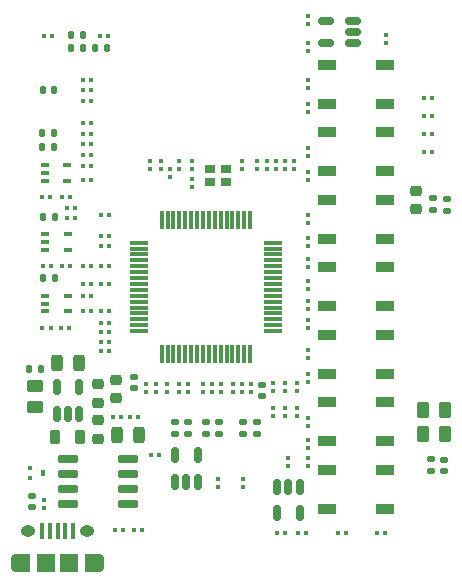
<source format=gtp>
%TF.GenerationSoftware,KiCad,Pcbnew,(7.0.0)*%
%TF.CreationDate,2023-09-29T14:09:18-04:00*%
%TF.ProjectId,_HW_ToslinkToDMX,5f48575f-546f-4736-9c69-6e6b546f444d,rev?*%
%TF.SameCoordinates,Original*%
%TF.FileFunction,Paste,Top*%
%TF.FilePolarity,Positive*%
%FSLAX46Y46*%
G04 Gerber Fmt 4.6, Leading zero omitted, Abs format (unit mm)*
G04 Created by KiCad (PCBNEW (7.0.0)) date 2023-09-29 14:09:18*
%MOMM*%
%LPD*%
G01*
G04 APERTURE LIST*
G04 Aperture macros list*
%AMRoundRect*
0 Rectangle with rounded corners*
0 $1 Rounding radius*
0 $2 $3 $4 $5 $6 $7 $8 $9 X,Y pos of 4 corners*
0 Add a 4 corners polygon primitive as box body*
4,1,4,$2,$3,$4,$5,$6,$7,$8,$9,$2,$3,0*
0 Add four circle primitives for the rounded corners*
1,1,$1+$1,$2,$3*
1,1,$1+$1,$4,$5*
1,1,$1+$1,$6,$7*
1,1,$1+$1,$8,$9*
0 Add four rect primitives between the rounded corners*
20,1,$1+$1,$2,$3,$4,$5,0*
20,1,$1+$1,$4,$5,$6,$7,0*
20,1,$1+$1,$6,$7,$8,$9,0*
20,1,$1+$1,$8,$9,$2,$3,0*%
G04 Aperture macros list end*
%ADD10RoundRect,0.135000X-0.185000X0.135000X-0.185000X-0.135000X0.185000X-0.135000X0.185000X0.135000X0*%
%ADD11R,0.900000X0.800000*%
%ADD12RoundRect,0.079500X0.079500X0.100500X-0.079500X0.100500X-0.079500X-0.100500X0.079500X-0.100500X0*%
%ADD13RoundRect,0.250000X-0.262500X-0.450000X0.262500X-0.450000X0.262500X0.450000X-0.262500X0.450000X0*%
%ADD14RoundRect,0.079500X-0.079500X-0.100500X0.079500X-0.100500X0.079500X0.100500X-0.079500X0.100500X0*%
%ADD15RoundRect,0.147500X-0.172500X0.147500X-0.172500X-0.147500X0.172500X-0.147500X0.172500X0.147500X0*%
%ADD16O,0.890000X1.550000*%
%ADD17O,1.250000X0.950000*%
%ADD18R,0.400000X1.350000*%
%ADD19R,1.200000X1.550000*%
%ADD20R,1.500000X1.550000*%
%ADD21R,1.500000X0.900000*%
%ADD22RoundRect,0.079500X0.100500X-0.079500X0.100500X0.079500X-0.100500X0.079500X-0.100500X-0.079500X0*%
%ADD23RoundRect,0.079500X-0.100500X0.079500X-0.100500X-0.079500X0.100500X-0.079500X0.100500X0.079500X0*%
%ADD24RoundRect,0.075000X-0.075000X0.700000X-0.075000X-0.700000X0.075000X-0.700000X0.075000X0.700000X0*%
%ADD25RoundRect,0.075000X-0.700000X0.075000X-0.700000X-0.075000X0.700000X-0.075000X0.700000X0.075000X0*%
%ADD26RoundRect,0.140000X-0.140000X-0.170000X0.140000X-0.170000X0.140000X0.170000X-0.140000X0.170000X0*%
%ADD27RoundRect,0.225000X-0.250000X0.225000X-0.250000X-0.225000X0.250000X-0.225000X0.250000X0.225000X0*%
%ADD28RoundRect,0.147500X-0.147500X-0.172500X0.147500X-0.172500X0.147500X0.172500X-0.147500X0.172500X0*%
%ADD29R,0.450000X0.400000*%
%ADD30R,0.450000X0.500000*%
%ADD31RoundRect,0.135000X-0.135000X-0.185000X0.135000X-0.185000X0.135000X0.185000X-0.135000X0.185000X0*%
%ADD32RoundRect,0.225000X0.250000X-0.225000X0.250000X0.225000X-0.250000X0.225000X-0.250000X-0.225000X0*%
%ADD33R,0.650000X0.400000*%
%ADD34RoundRect,0.250000X-0.450000X0.262500X-0.450000X-0.262500X0.450000X-0.262500X0.450000X0.262500X0*%
%ADD35RoundRect,0.150000X-0.150000X0.512500X-0.150000X-0.512500X0.150000X-0.512500X0.150000X0.512500X0*%
%ADD36RoundRect,0.243750X-0.243750X-0.456250X0.243750X-0.456250X0.243750X0.456250X-0.243750X0.456250X0*%
%ADD37RoundRect,0.150000X0.150000X-0.512500X0.150000X0.512500X-0.150000X0.512500X-0.150000X-0.512500X0*%
%ADD38RoundRect,0.243750X0.243750X0.456250X-0.243750X0.456250X-0.243750X-0.456250X0.243750X-0.456250X0*%
%ADD39RoundRect,0.218750X0.218750X0.381250X-0.218750X0.381250X-0.218750X-0.381250X0.218750X-0.381250X0*%
%ADD40RoundRect,0.150000X-0.725000X-0.150000X0.725000X-0.150000X0.725000X0.150000X-0.725000X0.150000X0*%
%ADD41RoundRect,0.140000X0.140000X0.170000X-0.140000X0.170000X-0.140000X-0.170000X0.140000X-0.170000X0*%
%ADD42RoundRect,0.150000X0.512500X0.150000X-0.512500X0.150000X-0.512500X-0.150000X0.512500X-0.150000X0*%
G04 APERTURE END LIST*
D10*
X144526000Y-150493000D03*
X144526000Y-151513000D03*
D11*
X127191999Y-125941999D03*
X125791999Y-125941999D03*
X125791999Y-127041999D03*
X127191999Y-127041999D03*
D12*
X117312000Y-137922000D03*
X116622000Y-137922000D03*
X115788000Y-120142000D03*
X115098000Y-120142000D03*
D13*
X143867500Y-146304000D03*
X145692500Y-146304000D03*
D14*
X111664000Y-134142000D03*
X112354000Y-134142000D03*
X115098000Y-135636000D03*
X115788000Y-135636000D03*
D15*
X119380000Y-143487272D03*
X119380000Y-144457272D03*
D16*
X109418999Y-159257999D03*
D17*
X110418999Y-156557999D03*
X115418999Y-156557999D03*
D16*
X116418999Y-159257999D03*
D18*
X111618999Y-156557999D03*
X112268999Y-156557999D03*
X112918999Y-156557999D03*
X113568999Y-156557999D03*
X114218999Y-156557999D03*
D19*
X110018999Y-159257999D03*
D20*
X111918999Y-159257999D03*
X113918999Y-159257999D03*
D19*
X115818999Y-159257999D03*
D14*
X115098000Y-136652000D03*
X115788000Y-136652000D03*
D21*
X135725999Y-134239999D03*
X135725999Y-137539999D03*
X140625999Y-137539999D03*
X140625999Y-134239999D03*
D22*
X124333000Y-125948000D03*
X124333000Y-125258000D03*
D23*
X133219593Y-146147318D03*
X133219593Y-146837318D03*
D22*
X123190000Y-144780000D03*
X123190000Y-144090000D03*
D23*
X131194296Y-146154445D03*
X131194296Y-146844445D03*
X134112000Y-143292000D03*
X134112000Y-143982000D03*
D14*
X143927000Y-124460000D03*
X144617000Y-124460000D03*
D21*
X135725999Y-128524999D03*
X135725999Y-131824999D03*
X140625999Y-131824999D03*
X140625999Y-128524999D03*
D14*
X115098000Y-124729000D03*
X115788000Y-124729000D03*
D24*
X129226000Y-130215000D03*
X128726000Y-130215000D03*
X128226000Y-130215000D03*
X127726000Y-130215000D03*
X127226000Y-130215000D03*
X126726000Y-130215000D03*
X126226000Y-130215000D03*
X125726000Y-130215000D03*
X125226000Y-130215000D03*
X124726000Y-130215000D03*
X124226000Y-130215000D03*
X123726000Y-130215000D03*
X123226000Y-130215000D03*
X122726000Y-130215000D03*
X122226000Y-130215000D03*
X121726000Y-130215000D03*
D25*
X119801000Y-132140000D03*
X119801000Y-132640000D03*
X119801000Y-133140000D03*
X119801000Y-133640000D03*
X119801000Y-134140000D03*
X119801000Y-134640000D03*
X119801000Y-135140000D03*
X119801000Y-135640000D03*
X119801000Y-136140000D03*
X119801000Y-136640000D03*
X119801000Y-137140000D03*
X119801000Y-137640000D03*
X119801000Y-138140000D03*
X119801000Y-138640000D03*
X119801000Y-139140000D03*
X119801000Y-139640000D03*
D24*
X121726000Y-141565000D03*
X122226000Y-141565000D03*
X122726000Y-141565000D03*
X123226000Y-141565000D03*
X123726000Y-141565000D03*
X124226000Y-141565000D03*
X124726000Y-141565000D03*
X125226000Y-141565000D03*
X125726000Y-141565000D03*
X126226000Y-141565000D03*
X126726000Y-141565000D03*
X127226000Y-141565000D03*
X127726000Y-141565000D03*
X128226000Y-141565000D03*
X128726000Y-141565000D03*
X129226000Y-141565000D03*
D25*
X131151000Y-139640000D03*
X131151000Y-139140000D03*
X131151000Y-138640000D03*
X131151000Y-138140000D03*
X131151000Y-137640000D03*
X131151000Y-137140000D03*
X131151000Y-136640000D03*
X131151000Y-136140000D03*
X131151000Y-135640000D03*
X131151000Y-135140000D03*
X131151000Y-134640000D03*
X131151000Y-134140000D03*
X131151000Y-133640000D03*
X131151000Y-133140000D03*
X131151000Y-132640000D03*
X131151000Y-132140000D03*
D22*
X134112000Y-113629000D03*
X134112000Y-112939000D03*
D23*
X132207000Y-144054000D03*
X132207000Y-144744000D03*
D14*
X139990000Y-156718000D03*
X140680000Y-156718000D03*
D23*
X134112000Y-118400000D03*
X134112000Y-119090000D03*
D22*
X120777000Y-125948000D03*
X120777000Y-125258000D03*
D15*
X125476000Y-147343000D03*
X125476000Y-148313000D03*
D23*
X134112000Y-115225000D03*
X134112000Y-115915000D03*
D10*
X128651000Y-147318000D03*
X128651000Y-148338000D03*
D23*
X122174000Y-144090000D03*
X122174000Y-144780000D03*
X132207000Y-146147000D03*
X132207000Y-146837000D03*
D26*
X114076000Y-115655000D03*
X115036000Y-115655000D03*
D22*
X130683000Y-125948000D03*
X130683000Y-125258000D03*
D14*
X113259000Y-128285000D03*
X113949000Y-128285000D03*
D27*
X116332000Y-144132000D03*
X116332000Y-145682000D03*
D28*
X111717000Y-135143000D03*
X112687000Y-135143000D03*
D23*
X121285000Y-144090000D03*
X121285000Y-144780000D03*
X125222000Y-144090000D03*
X125222000Y-144780000D03*
X134112000Y-135418000D03*
X134112000Y-136108000D03*
X134112000Y-138720000D03*
X134112000Y-139410000D03*
D15*
X145669000Y-150518000D03*
X145669000Y-151488000D03*
D14*
X111796000Y-114681000D03*
X112486000Y-114681000D03*
X113696000Y-129189000D03*
X114386000Y-129189000D03*
D23*
X134112000Y-146975000D03*
X134112000Y-147665000D03*
D12*
X117312000Y-131572000D03*
X116622000Y-131572000D03*
X115788000Y-123825000D03*
X115098000Y-123825000D03*
X117312000Y-132461000D03*
X116622000Y-132461000D03*
D14*
X115098000Y-118364000D03*
X115788000Y-118364000D03*
X115098000Y-119253000D03*
X115788000Y-119253000D03*
D29*
X110549999Y-151237999D03*
X110549999Y-152037999D03*
D30*
X111699999Y-151637999D03*
D12*
X121503000Y-150114000D03*
X120813000Y-150114000D03*
D22*
X123952000Y-144780000D03*
X123952000Y-144090000D03*
D14*
X111608000Y-128285000D03*
X112298000Y-128285000D03*
D12*
X117276000Y-141351000D03*
X116586000Y-141351000D03*
X118328000Y-146939000D03*
X117638000Y-146939000D03*
D14*
X113315000Y-134142000D03*
X114005000Y-134142000D03*
X111639000Y-139369509D03*
X112329000Y-139369509D03*
D12*
X117312000Y-134112000D03*
X116622000Y-134112000D03*
D14*
X115098000Y-125618000D03*
X115788000Y-125618000D03*
D28*
X111633022Y-122862923D03*
X112603022Y-122862923D03*
D14*
X143927000Y-119888000D03*
X144617000Y-119888000D03*
D23*
X131191000Y-144054000D03*
X131191000Y-144744000D03*
D31*
X114044000Y-114554000D03*
X115064000Y-114554000D03*
D28*
X111717000Y-129936000D03*
X112687000Y-129936000D03*
D12*
X119725000Y-146939000D03*
X119035000Y-146939000D03*
D15*
X130212000Y-144168000D03*
X130212000Y-145138000D03*
D12*
X117278481Y-138938000D03*
X116588481Y-138938000D03*
D32*
X116332000Y-148730000D03*
X116332000Y-147180000D03*
D22*
X128524000Y-125948000D03*
X128524000Y-125258000D03*
D15*
X110744000Y-153566000D03*
X110744000Y-154536000D03*
D21*
X135725999Y-139954999D03*
X135725999Y-143254999D03*
X140625999Y-143254999D03*
X140625999Y-139954999D03*
D23*
X120396000Y-144090000D03*
X120396000Y-144780000D03*
D33*
X111886999Y-131444999D03*
X111886999Y-132094999D03*
X111886999Y-132744999D03*
X113786999Y-132744999D03*
X113786999Y-131444999D03*
D14*
X131481000Y-156723500D03*
X132171000Y-156723500D03*
D10*
X144702000Y-128395000D03*
X144702000Y-129415000D03*
D32*
X143256000Y-129299000D03*
X143256000Y-127749000D03*
D34*
X110998000Y-144248500D03*
X110998000Y-146073500D03*
D14*
X119416000Y-156464000D03*
X120106000Y-156464000D03*
D33*
X111825999Y-125587999D03*
X111825999Y-126237999D03*
X111825999Y-126887999D03*
X113725999Y-126887999D03*
X113725999Y-125587999D03*
D22*
X128651000Y-152872000D03*
X128651000Y-152182000D03*
D14*
X143927000Y-121412000D03*
X144617000Y-121412000D03*
X113696000Y-130078000D03*
X114386000Y-130078000D03*
D10*
X123952000Y-147318000D03*
X123952000Y-148338000D03*
D23*
X134112000Y-148880000D03*
X134112000Y-149570000D03*
D10*
X126619000Y-147318000D03*
X126619000Y-148338000D03*
D28*
X111627000Y-124040000D03*
X112597000Y-124040000D03*
D35*
X133411000Y-152792000D03*
X132461000Y-152792000D03*
X131511000Y-152792000D03*
X131511000Y-155067000D03*
X133411000Y-155067000D03*
D36*
X112854500Y-142367000D03*
X114729500Y-142367000D03*
D14*
X143927000Y-122936000D03*
X144617000Y-122936000D03*
D23*
X134112000Y-126147000D03*
X134112000Y-126837000D03*
D37*
X112842000Y-146679500D03*
X113792000Y-146679500D03*
X114742000Y-146679500D03*
X114742000Y-144404500D03*
X112842000Y-144404500D03*
D22*
X126492000Y-152872000D03*
X126492000Y-152182000D03*
D13*
X143867500Y-148336000D03*
X145692500Y-148336000D03*
D22*
X121666000Y-125948000D03*
X121666000Y-125258000D03*
D14*
X136688000Y-156718000D03*
X137378000Y-156718000D03*
D22*
X124333000Y-127472000D03*
X124333000Y-126782000D03*
D15*
X122816678Y-147339089D03*
X122816678Y-148309089D03*
D23*
X134112000Y-137069000D03*
X134112000Y-137759000D03*
D38*
X119809500Y-148463000D03*
X117934500Y-148463000D03*
D31*
X116076000Y-115697000D03*
X117096000Y-115697000D03*
D15*
X145923000Y-128471000D03*
X145923000Y-129441000D03*
D23*
X111760000Y-153899000D03*
X111760000Y-154589000D03*
D22*
X132969000Y-125948000D03*
X132969000Y-125258000D03*
D39*
X114854500Y-148590000D03*
X112729500Y-148590000D03*
D33*
X111886999Y-136651999D03*
X111886999Y-137301999D03*
X111886999Y-137951999D03*
X113786999Y-137951999D03*
X113786999Y-136651999D03*
D23*
X128524000Y-144090000D03*
X128524000Y-144780000D03*
D21*
X135725999Y-117094999D03*
X135725999Y-120394999D03*
X140625999Y-120394999D03*
X140625999Y-117094999D03*
D23*
X127762000Y-144090000D03*
X127762000Y-144780000D03*
D22*
X134112000Y-151094000D03*
X134112000Y-150404000D03*
D23*
X134112000Y-131735000D03*
X134112000Y-132425000D03*
D14*
X115098000Y-126873000D03*
X115788000Y-126873000D03*
D23*
X134112000Y-129830000D03*
X134112000Y-130520000D03*
X134112000Y-120432000D03*
X134112000Y-121122000D03*
D14*
X133259000Y-156718000D03*
X133949000Y-156718000D03*
D21*
X135725999Y-151384999D03*
X135725999Y-154684999D03*
X140625999Y-154684999D03*
X140625999Y-151384999D03*
D23*
X140716000Y-114590000D03*
X140716000Y-115280000D03*
D22*
X131445000Y-125948000D03*
X131445000Y-125258000D03*
D12*
X118455000Y-156464000D03*
X117765000Y-156464000D03*
D28*
X111656000Y-119253000D03*
X112626000Y-119253000D03*
D14*
X113203697Y-139368025D03*
X113893697Y-139368025D03*
D22*
X132207000Y-125948000D03*
X132207000Y-125258000D03*
D21*
X135725999Y-145669999D03*
X135725999Y-148969999D03*
X140625999Y-148969999D03*
X140625999Y-145669999D03*
D23*
X129323000Y-144090000D03*
X129323000Y-144780000D03*
D15*
X129794000Y-147343000D03*
X129794000Y-148313000D03*
D14*
X115098000Y-137922000D03*
X115788000Y-137922000D03*
D12*
X117276000Y-139744527D03*
X116586000Y-139744527D03*
D14*
X116495000Y-114681000D03*
X117185000Y-114681000D03*
X115098000Y-122936000D03*
X115788000Y-122936000D03*
D23*
X132461000Y-150404000D03*
X132461000Y-151094000D03*
D37*
X122875000Y-152394500D03*
X123825000Y-152394500D03*
X124775000Y-152394500D03*
X124775000Y-150119500D03*
X122875000Y-150119500D03*
D23*
X126746000Y-144090000D03*
X126746000Y-144780000D03*
D40*
X113757000Y-150495000D03*
X113757000Y-151765000D03*
X113757000Y-153035000D03*
X113757000Y-154305000D03*
X118907000Y-154305000D03*
X118907000Y-153035000D03*
X118907000Y-151765000D03*
X118907000Y-150495000D03*
D41*
X111478000Y-142875000D03*
X110518000Y-142875000D03*
D23*
X134112000Y-133513000D03*
X134112000Y-134203000D03*
X134112000Y-141260000D03*
X134112000Y-141950000D03*
X125984000Y-144090000D03*
X125984000Y-144780000D03*
X133223000Y-144054000D03*
X133223000Y-144744000D03*
D22*
X123190000Y-125948000D03*
X123190000Y-125258000D03*
D12*
X117312000Y-129794000D03*
X116622000Y-129794000D03*
D14*
X115098000Y-122047000D03*
X115788000Y-122047000D03*
D22*
X129794000Y-125948000D03*
X129794000Y-125258000D03*
D27*
X117898403Y-143744860D03*
X117898403Y-145294860D03*
D21*
X135725999Y-122809999D03*
X135725999Y-126109999D03*
X140625999Y-126109999D03*
X140625999Y-122809999D03*
D23*
X134112000Y-124115000D03*
X134112000Y-124805000D03*
D14*
X115098000Y-134112000D03*
X115788000Y-134112000D03*
D12*
X117276000Y-140589000D03*
X116586000Y-140589000D03*
D42*
X137916500Y-115250000D03*
X137916500Y-114300000D03*
X137916500Y-113350000D03*
X135641500Y-113350000D03*
X135641500Y-115250000D03*
D12*
X117312000Y-135636000D03*
X116622000Y-135636000D03*
D23*
X122428000Y-125893000D03*
X122428000Y-126583000D03*
M02*

</source>
